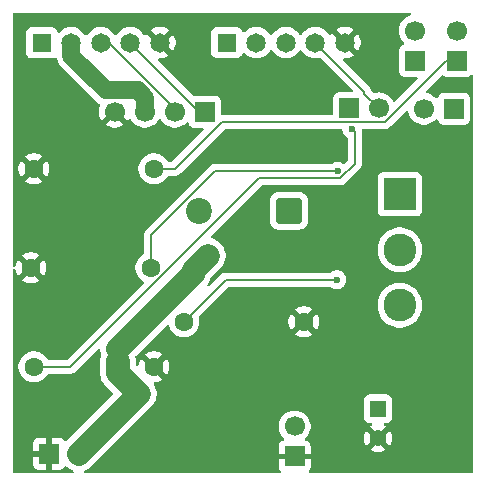
<source format=gbr>
%TF.GenerationSoftware,KiCad,Pcbnew,9.0.2*%
%TF.CreationDate,2025-11-02T21:54:37+09:00*%
%TF.ProjectId,kicad2026_3_,6b696361-6432-4303-9236-5f338e2e6b69,rev?*%
%TF.SameCoordinates,Original*%
%TF.FileFunction,Copper,L2,Bot*%
%TF.FilePolarity,Positive*%
%FSLAX46Y46*%
G04 Gerber Fmt 4.6, Leading zero omitted, Abs format (unit mm)*
G04 Created by KiCad (PCBNEW 9.0.2) date 2025-11-02 21:54:37*
%MOMM*%
%LPD*%
G01*
G04 APERTURE LIST*
G04 Aperture macros list*
%AMRoundRect*
0 Rectangle with rounded corners*
0 $1 Rounding radius*
0 $2 $3 $4 $5 $6 $7 $8 $9 X,Y pos of 4 corners*
0 Add a 4 corners polygon primitive as box body*
4,1,4,$2,$3,$4,$5,$6,$7,$8,$9,$2,$3,0*
0 Add four circle primitives for the rounded corners*
1,1,$1+$1,$2,$3*
1,1,$1+$1,$4,$5*
1,1,$1+$1,$6,$7*
1,1,$1+$1,$8,$9*
0 Add four rect primitives between the rounded corners*
20,1,$1+$1,$2,$3,$4,$5,0*
20,1,$1+$1,$4,$5,$6,$7,0*
20,1,$1+$1,$6,$7,$8,$9,0*
20,1,$1+$1,$8,$9,$2,$3,0*%
G04 Aperture macros list end*
%TA.AperFunction,ComponentPad*%
%ADD10R,1.700000X1.700000*%
%TD*%
%TA.AperFunction,ComponentPad*%
%ADD11C,1.700000*%
%TD*%
%TA.AperFunction,ComponentPad*%
%ADD12R,1.650000X1.650000*%
%TD*%
%TA.AperFunction,ComponentPad*%
%ADD13C,1.650000*%
%TD*%
%TA.AperFunction,ComponentPad*%
%ADD14C,1.600000*%
%TD*%
%TA.AperFunction,ComponentPad*%
%ADD15R,1.400000X1.400000*%
%TD*%
%TA.AperFunction,ComponentPad*%
%ADD16C,1.400000*%
%TD*%
%TA.AperFunction,ComponentPad*%
%ADD17R,2.775000X2.775000*%
%TD*%
%TA.AperFunction,ComponentPad*%
%ADD18C,2.775000*%
%TD*%
%TA.AperFunction,ComponentPad*%
%ADD19RoundRect,0.249999X0.850001X0.850001X-0.850001X0.850001X-0.850001X-0.850001X0.850001X-0.850001X0*%
%TD*%
%TA.AperFunction,ComponentPad*%
%ADD20C,2.200000*%
%TD*%
%TA.AperFunction,ViaPad*%
%ADD21C,0.600000*%
%TD*%
%TA.AperFunction,Conductor*%
%ADD22C,0.200000*%
%TD*%
%TA.AperFunction,Conductor*%
%ADD23C,1.500000*%
%TD*%
%TA.AperFunction,Conductor*%
%ADD24C,2.000000*%
%TD*%
G04 APERTURE END LIST*
D10*
%TO.P,D3,1,K*%
%TO.N,Net-(D3-K)*%
X146070000Y-61443000D03*
D11*
%TO.P,D3,2,A*%
%TO.N,LED4*%
X148610000Y-61443000D03*
%TD*%
D12*
%TO.P,J2,1,Pin_1*%
%TO.N,7.4V*%
X120048000Y-55880000D03*
D13*
%TO.P,J2,2,Pin_2*%
%TO.N,5V*%
X122548000Y-55880000D03*
%TO.P,J2,3,Pin_3*%
%TO.N,SCL3*%
X125048000Y-55880000D03*
%TO.P,J2,4,Pin_4*%
%TO.N,SDA3*%
X127548000Y-55880000D03*
%TO.P,J2,5,Pin_5*%
%TO.N,GND*%
X130048000Y-55880000D03*
%TD*%
D10*
%TO.P,J15,1,Pin_1*%
%TO.N,SDA3*%
X133848000Y-61722000D03*
D11*
%TO.P,J15,2,Pin_2*%
%TO.N,SCL3*%
X131308000Y-61722000D03*
%TO.P,J15,3,Pin_3*%
%TO.N,5V*%
X128768000Y-61722000D03*
%TO.P,J15,4,Pin_4*%
%TO.N,GND*%
X126228000Y-61722000D03*
%TD*%
D14*
%TO.P,R4,1*%
%TO.N,Net-(D4-K)*%
X132080000Y-79502000D03*
%TO.P,R4,2*%
%TO.N,GND*%
X142240000Y-79502000D03*
%TD*%
D10*
%TO.P,J12,1,Pin_1*%
%TO.N,GND*%
X120650000Y-90678000D03*
D11*
%TO.P,J12,2,Pin_2*%
%TO.N,Net-(D7-A)*%
X123190000Y-90678000D03*
%TD*%
D10*
%TO.P,D5,1,K*%
%TO.N,Net-(D5-K)*%
X151638000Y-57404000D03*
D11*
%TO.P,D5,2,A*%
%TO.N,LED2*%
X151638000Y-54864000D03*
%TD*%
D15*
%TO.P,J1,1,Pin_1*%
%TO.N,Net-(D7-A)*%
X148518000Y-86863000D03*
D16*
%TO.P,J1,2,Pin_2*%
%TO.N,GND*%
X148518000Y-89363000D03*
%TD*%
D10*
%TO.P,D2,1,K*%
%TO.N,GND*%
X141453000Y-90912000D03*
D11*
%TO.P,D2,2,A*%
%TO.N,5V*%
X141453000Y-88372000D03*
%TD*%
D14*
%TO.P,R5,1*%
%TO.N,Net-(D3-K)*%
X119380000Y-83312000D03*
%TO.P,R5,2*%
%TO.N,GND*%
X129540000Y-83312000D03*
%TD*%
%TO.P,R1,1*%
%TO.N,GND*%
X119380000Y-66548000D03*
%TO.P,R1,2*%
%TO.N,Net-(D6-K)*%
X129540000Y-66548000D03*
%TD*%
%TO.P,R3,1*%
%TO.N,GND*%
X119126000Y-74930000D03*
%TO.P,R3,2*%
%TO.N,Net-(D5-K)*%
X129286000Y-74930000D03*
%TD*%
D12*
%TO.P,J3,1,Pin_1*%
%TO.N,LED1*%
X135716000Y-55863000D03*
D13*
%TO.P,J3,2,Pin_2*%
%TO.N,LED2*%
X138216000Y-55863000D03*
%TO.P,J3,3,Pin_3*%
%TO.N,LED3*%
X140716000Y-55863000D03*
%TO.P,J3,4,Pin_4*%
%TO.N,LED4*%
X143216000Y-55863000D03*
%TO.P,J3,5,Pin_5*%
%TO.N,GND*%
X145716000Y-55863000D03*
%TD*%
D10*
%TO.P,D4,1,K*%
%TO.N,Net-(D4-K)*%
X154940000Y-61468000D03*
D11*
%TO.P,D4,2,A*%
%TO.N,LED3*%
X152400000Y-61468000D03*
%TD*%
D17*
%TO.P,SW2,1,A*%
%TO.N,7.4V*%
X150368000Y-68706000D03*
D18*
%TO.P,SW2,2,B*%
%TO.N,+BATT*%
X150368000Y-73406000D03*
%TO.P,SW2,3,C*%
%TO.N,unconnected-(SW2-C-Pad3)*%
X150368000Y-78106000D03*
%TD*%
D10*
%TO.P,D6,1,K*%
%TO.N,Net-(D6-K)*%
X155194000Y-57404000D03*
D11*
%TO.P,D6,2,A*%
%TO.N,LED1*%
X155194000Y-54864000D03*
%TD*%
D19*
%TO.P,D7,1,K*%
%TO.N,+BATT*%
X140970000Y-70104000D03*
D20*
%TO.P,D7,2,A*%
%TO.N,Net-(D7-A)*%
X133350000Y-70104000D03*
%TD*%
D21*
%TO.N,GND*%
X134874000Y-54102000D03*
%TO.N,Net-(D3-K)*%
X146304000Y-63194000D03*
%TO.N,Net-(D4-K)*%
X145034000Y-75946000D03*
%TO.N,Net-(D5-K)*%
X145092661Y-66743339D03*
%TO.N,Net-(D7-A)*%
X134112000Y-73914000D03*
%TD*%
D22*
%TO.N,GND*%
X143955000Y-54102000D02*
X134874000Y-54102000D01*
X145716000Y-55863000D02*
X143955000Y-54102000D01*
D23*
%TO.N,5V*%
X122548000Y-56986999D02*
X125482001Y-59921000D01*
X128768000Y-60519919D02*
X128768000Y-61722000D01*
X128169081Y-59921000D02*
X128768000Y-60519919D01*
X122548000Y-55880000D02*
X122548000Y-56986999D01*
X125482001Y-59921000D02*
X128169081Y-59921000D01*
D22*
%TO.N,LED4*%
X148610000Y-61443000D02*
X147365000Y-60198000D01*
X147365000Y-60012000D02*
X143216000Y-55863000D01*
X147365000Y-60198000D02*
X147365000Y-60012000D01*
%TO.N,Net-(D3-K)*%
X119380000Y-83312000D02*
X122461050Y-83312000D01*
X146558000Y-66127943D02*
X146558000Y-64770000D01*
X138428711Y-67344339D02*
X145341604Y-67344339D01*
X122461050Y-83312000D02*
X138428711Y-67344339D01*
X146558000Y-64770000D02*
X146558000Y-63448000D01*
X146558000Y-63448000D02*
X146304000Y-63194000D01*
X145341604Y-67344339D02*
X146558000Y-66127943D01*
%TO.N,Net-(D4-K)*%
X145034000Y-75946000D02*
X135636000Y-75946000D01*
X135636000Y-75946000D02*
X132080000Y-79502000D01*
%TO.N,Net-(D5-K)*%
X134729347Y-66743339D02*
X129286000Y-72186686D01*
X129286000Y-72186686D02*
X129286000Y-74930000D01*
X145092661Y-66743339D02*
X134729347Y-66743339D01*
%TO.N,Net-(D6-K)*%
X149086760Y-62594000D02*
X135272000Y-62594000D01*
X154276760Y-57404000D02*
X149086760Y-62594000D01*
X155194000Y-57404000D02*
X154276760Y-57404000D01*
X131318000Y-66548000D02*
X129540000Y-66548000D01*
X135272000Y-62594000D02*
X131318000Y-66548000D01*
D24*
%TO.N,Net-(D7-A)*%
X126492000Y-81788000D02*
X132901790Y-75378210D01*
X126746000Y-87122000D02*
X128270000Y-85598000D01*
D22*
X126492000Y-82804000D02*
X126492000Y-81788000D01*
D24*
X128270000Y-85598000D02*
X126492000Y-83820000D01*
D22*
X132901790Y-75378210D02*
X132901790Y-75124210D01*
D24*
X126492000Y-83820000D02*
X126492000Y-82804000D01*
X123190000Y-90678000D02*
X126746000Y-87122000D01*
X132901790Y-75124210D02*
X134112000Y-73914000D01*
D22*
%TO.N,SCL3*%
X125048000Y-55880000D02*
X125730000Y-55880000D01*
X131308000Y-61458000D02*
X131308000Y-61722000D01*
X125730000Y-55880000D02*
X131308000Y-61458000D01*
%TO.N,SDA3*%
X133390000Y-61722000D02*
X133848000Y-61722000D01*
X127548000Y-55880000D02*
X133390000Y-61722000D01*
%TD*%
%TA.AperFunction,Conductor*%
%TO.N,GND*%
G36*
X151265298Y-53352185D02*
G01*
X151311053Y-53404989D01*
X151320997Y-53474147D01*
X151291972Y-53537703D01*
X151236577Y-53574430D01*
X151119588Y-53612443D01*
X151119585Y-53612444D01*
X150930179Y-53708951D01*
X150758213Y-53833890D01*
X150607890Y-53984213D01*
X150482951Y-54156179D01*
X150386444Y-54345585D01*
X150320753Y-54547760D01*
X150289303Y-54746330D01*
X150287500Y-54757713D01*
X150287500Y-54970287D01*
X150297534Y-55033644D01*
X150318902Y-55168555D01*
X150320754Y-55180243D01*
X150377332Y-55354372D01*
X150386444Y-55382414D01*
X150482951Y-55571820D01*
X150607890Y-55743786D01*
X150721430Y-55857326D01*
X150754915Y-55918649D01*
X150749931Y-55988341D01*
X150708059Y-56044274D01*
X150677083Y-56061189D01*
X150545669Y-56110203D01*
X150545664Y-56110206D01*
X150430455Y-56196452D01*
X150430452Y-56196455D01*
X150344206Y-56311664D01*
X150344202Y-56311671D01*
X150293908Y-56446517D01*
X150290569Y-56477579D01*
X150287501Y-56506123D01*
X150287500Y-56506135D01*
X150287500Y-58301870D01*
X150287501Y-58301876D01*
X150293908Y-58361483D01*
X150344202Y-58496328D01*
X150344206Y-58496335D01*
X150430452Y-58611544D01*
X150430455Y-58611547D01*
X150545664Y-58697793D01*
X150545671Y-58697797D01*
X150680517Y-58748091D01*
X150680516Y-58748091D01*
X150687444Y-58748835D01*
X150740127Y-58754500D01*
X151777662Y-58754499D01*
X151844701Y-58774183D01*
X151890456Y-58826987D01*
X151900400Y-58896146D01*
X151871375Y-58959702D01*
X151865343Y-58966180D01*
X149997557Y-60833966D01*
X149936234Y-60867451D01*
X149866542Y-60862467D01*
X149810609Y-60820595D01*
X149799391Y-60802580D01*
X149796781Y-60797457D01*
X149765051Y-60735184D01*
X149757023Y-60724134D01*
X149640109Y-60563213D01*
X149489786Y-60412890D01*
X149317820Y-60287951D01*
X149128414Y-60191444D01*
X149128413Y-60191443D01*
X149128412Y-60191443D01*
X148926243Y-60125754D01*
X148926241Y-60125753D01*
X148926240Y-60125753D01*
X148764957Y-60100208D01*
X148716287Y-60092500D01*
X148503713Y-60092500D01*
X148475006Y-60097046D01*
X148293757Y-60125753D01*
X148251473Y-60139492D01*
X148236260Y-60139926D01*
X148222003Y-60145244D01*
X148202048Y-60140903D01*
X148181632Y-60141486D01*
X148167545Y-60133397D01*
X148153730Y-60130392D01*
X148125476Y-60109241D01*
X147994968Y-59978733D01*
X147962875Y-59923147D01*
X147924577Y-59780216D01*
X147924577Y-59780215D01*
X147881309Y-59705273D01*
X147845520Y-59643284D01*
X147733716Y-59531480D01*
X147729385Y-59527149D01*
X147729374Y-59527139D01*
X145601916Y-57399681D01*
X145568431Y-57338358D01*
X145573415Y-57268666D01*
X145615287Y-57212733D01*
X145680751Y-57188316D01*
X145689597Y-57188000D01*
X145820279Y-57188000D01*
X146026272Y-57155373D01*
X146224627Y-57090924D01*
X146410451Y-56996240D01*
X146459818Y-56960372D01*
X146459818Y-56960371D01*
X145886233Y-56386787D01*
X145928292Y-56375518D01*
X146053708Y-56303110D01*
X146156110Y-56200708D01*
X146228518Y-56075292D01*
X146239787Y-56033234D01*
X146813371Y-56606818D01*
X146813372Y-56606818D01*
X146849240Y-56557451D01*
X146943924Y-56371627D01*
X147008373Y-56173272D01*
X147041000Y-55967279D01*
X147041000Y-55758720D01*
X147008373Y-55552727D01*
X146943924Y-55354372D01*
X146849244Y-55168556D01*
X146849236Y-55168543D01*
X146813372Y-55119180D01*
X146813371Y-55119179D01*
X146239787Y-55692764D01*
X146228518Y-55650708D01*
X146156110Y-55525292D01*
X146053708Y-55422890D01*
X145928292Y-55350482D01*
X145886233Y-55339212D01*
X146459819Y-54765627D01*
X146410451Y-54729759D01*
X146224627Y-54635075D01*
X146026272Y-54570626D01*
X145820279Y-54538000D01*
X145611721Y-54538000D01*
X145405727Y-54570626D01*
X145207372Y-54635075D01*
X145021552Y-54729757D01*
X144972180Y-54765627D01*
X145545766Y-55339212D01*
X145503708Y-55350482D01*
X145378292Y-55422890D01*
X145275890Y-55525292D01*
X145203482Y-55650708D01*
X145192212Y-55692766D01*
X144618627Y-55119180D01*
X144582755Y-55168555D01*
X144582754Y-55168556D01*
X144576764Y-55180313D01*
X144528788Y-55231108D01*
X144460967Y-55247901D01*
X144394832Y-55225361D01*
X144355795Y-55180308D01*
X144355760Y-55180239D01*
X144349670Y-55168286D01*
X144227035Y-54999495D01*
X144079505Y-54851965D01*
X143910714Y-54729330D01*
X143724820Y-54634612D01*
X143526389Y-54570137D01*
X143320324Y-54537500D01*
X143320319Y-54537500D01*
X143111681Y-54537500D01*
X143111676Y-54537500D01*
X142905610Y-54570137D01*
X142707179Y-54634612D01*
X142521285Y-54729330D01*
X142352493Y-54851966D01*
X142204966Y-54999493D01*
X142082330Y-55168286D01*
X142076484Y-55179759D01*
X142028508Y-55230554D01*
X141960687Y-55247348D01*
X141894553Y-55224809D01*
X141855516Y-55179759D01*
X141854303Y-55177380D01*
X141849670Y-55168286D01*
X141727035Y-54999495D01*
X141579505Y-54851965D01*
X141410714Y-54729330D01*
X141224820Y-54634612D01*
X141026389Y-54570137D01*
X140820324Y-54537500D01*
X140820319Y-54537500D01*
X140611681Y-54537500D01*
X140611676Y-54537500D01*
X140405610Y-54570137D01*
X140207179Y-54634612D01*
X140021285Y-54729330D01*
X139852493Y-54851966D01*
X139704966Y-54999493D01*
X139582330Y-55168286D01*
X139576484Y-55179759D01*
X139528508Y-55230554D01*
X139460687Y-55247348D01*
X139394553Y-55224809D01*
X139355516Y-55179759D01*
X139354303Y-55177380D01*
X139349670Y-55168286D01*
X139227035Y-54999495D01*
X139079505Y-54851965D01*
X138910714Y-54729330D01*
X138724820Y-54634612D01*
X138526389Y-54570137D01*
X138320324Y-54537500D01*
X138320319Y-54537500D01*
X138111681Y-54537500D01*
X138111676Y-54537500D01*
X137905610Y-54570137D01*
X137707179Y-54634612D01*
X137521285Y-54729330D01*
X137352496Y-54851964D01*
X137236411Y-54968049D01*
X137175088Y-55001533D01*
X137105396Y-54996549D01*
X137049463Y-54954677D01*
X137032548Y-54923699D01*
X136984798Y-54795673D01*
X136984793Y-54795664D01*
X136898547Y-54680455D01*
X136898544Y-54680452D01*
X136783335Y-54594206D01*
X136783328Y-54594202D01*
X136648482Y-54543908D01*
X136648483Y-54543908D01*
X136588883Y-54537501D01*
X136588881Y-54537500D01*
X136588873Y-54537500D01*
X136588864Y-54537500D01*
X134843129Y-54537500D01*
X134843123Y-54537501D01*
X134783516Y-54543908D01*
X134648671Y-54594202D01*
X134648664Y-54594206D01*
X134533455Y-54680452D01*
X134533452Y-54680455D01*
X134447206Y-54795664D01*
X134447202Y-54795671D01*
X134396908Y-54930517D01*
X134390501Y-54990116D01*
X134390500Y-54990135D01*
X134390500Y-56735870D01*
X134390501Y-56735876D01*
X134396908Y-56795483D01*
X134447202Y-56930328D01*
X134447206Y-56930335D01*
X134533452Y-57045544D01*
X134533455Y-57045547D01*
X134648664Y-57131793D01*
X134648671Y-57131797D01*
X134783517Y-57182091D01*
X134783516Y-57182091D01*
X134790444Y-57182835D01*
X134843127Y-57188500D01*
X136588872Y-57188499D01*
X136648483Y-57182091D01*
X136783331Y-57131796D01*
X136898546Y-57045546D01*
X136984796Y-56930331D01*
X137032548Y-56802298D01*
X137074418Y-56746366D01*
X137139882Y-56721948D01*
X137208156Y-56736799D01*
X137236411Y-56757951D01*
X137352495Y-56874035D01*
X137521286Y-56996670D01*
X137553807Y-57013240D01*
X137707179Y-57091387D01*
X137707181Y-57091387D01*
X137707184Y-57091389D01*
X137792088Y-57118976D01*
X137905610Y-57155862D01*
X138111676Y-57188500D01*
X138111681Y-57188500D01*
X138320324Y-57188500D01*
X138526389Y-57155862D01*
X138564761Y-57143394D01*
X138724816Y-57091389D01*
X138910714Y-56996670D01*
X139079505Y-56874035D01*
X139227035Y-56726505D01*
X139349670Y-56557714D01*
X139355515Y-56546243D01*
X139403489Y-56495447D01*
X139471310Y-56478651D01*
X139537445Y-56501188D01*
X139576485Y-56546243D01*
X139582328Y-56557712D01*
X139594490Y-56574451D01*
X139704965Y-56726505D01*
X139852495Y-56874035D01*
X140021286Y-56996670D01*
X140053807Y-57013240D01*
X140207179Y-57091387D01*
X140207181Y-57091387D01*
X140207184Y-57091389D01*
X140292088Y-57118976D01*
X140405610Y-57155862D01*
X140611676Y-57188500D01*
X140611681Y-57188500D01*
X140820324Y-57188500D01*
X141026389Y-57155862D01*
X141064761Y-57143394D01*
X141224816Y-57091389D01*
X141410714Y-56996670D01*
X141579505Y-56874035D01*
X141727035Y-56726505D01*
X141849670Y-56557714D01*
X141855515Y-56546243D01*
X141903489Y-56495447D01*
X141971310Y-56478651D01*
X142037445Y-56501188D01*
X142076485Y-56546243D01*
X142082328Y-56557712D01*
X142094490Y-56574451D01*
X142204965Y-56726505D01*
X142352495Y-56874035D01*
X142521286Y-56996670D01*
X142553807Y-57013240D01*
X142707179Y-57091387D01*
X142707181Y-57091387D01*
X142707184Y-57091389D01*
X142792088Y-57118976D01*
X142905610Y-57155862D01*
X143111676Y-57188500D01*
X143111681Y-57188500D01*
X143320324Y-57188500D01*
X143422142Y-57172373D01*
X143526389Y-57155862D01*
X143554682Y-57146668D01*
X143624522Y-57144672D01*
X143680683Y-57176918D01*
X146384584Y-59880819D01*
X146418069Y-59942142D01*
X146413085Y-60011834D01*
X146371213Y-60067767D01*
X146305749Y-60092184D01*
X146296903Y-60092500D01*
X145172129Y-60092500D01*
X145172123Y-60092501D01*
X145112516Y-60098908D01*
X144977671Y-60149202D01*
X144977664Y-60149206D01*
X144862455Y-60235452D01*
X144862452Y-60235455D01*
X144776206Y-60350664D01*
X144776202Y-60350671D01*
X144725908Y-60485517D01*
X144719501Y-60545116D01*
X144719500Y-60545127D01*
X144719500Y-61260349D01*
X144719501Y-61869500D01*
X144699816Y-61936539D01*
X144647013Y-61982294D01*
X144595501Y-61993500D01*
X135322500Y-61993500D01*
X135255461Y-61973815D01*
X135209706Y-61921011D01*
X135198500Y-61869500D01*
X135198499Y-60824129D01*
X135198498Y-60824123D01*
X135196182Y-60802580D01*
X135192091Y-60764517D01*
X135141796Y-60629669D01*
X135141795Y-60629668D01*
X135141793Y-60629664D01*
X135055547Y-60514455D01*
X135055544Y-60514452D01*
X134940335Y-60428206D01*
X134940328Y-60428202D01*
X134805482Y-60377908D01*
X134805483Y-60377908D01*
X134745883Y-60371501D01*
X134745881Y-60371500D01*
X134745873Y-60371500D01*
X134745864Y-60371500D01*
X132950121Y-60371500D01*
X132947049Y-60371665D01*
X132879056Y-60355582D01*
X132852758Y-60335522D01*
X129933917Y-57416681D01*
X129900432Y-57355358D01*
X129905416Y-57285666D01*
X129947288Y-57229733D01*
X130012752Y-57205316D01*
X130021598Y-57205000D01*
X130152279Y-57205000D01*
X130358272Y-57172373D01*
X130556627Y-57107924D01*
X130742451Y-57013240D01*
X130791818Y-56977372D01*
X130791818Y-56977371D01*
X130218233Y-56403787D01*
X130260292Y-56392518D01*
X130385708Y-56320110D01*
X130488110Y-56217708D01*
X130560518Y-56092292D01*
X130571787Y-56050234D01*
X131145371Y-56623818D01*
X131145372Y-56623818D01*
X131181240Y-56574451D01*
X131275924Y-56388627D01*
X131340373Y-56190272D01*
X131373000Y-55984279D01*
X131373000Y-55775720D01*
X131340373Y-55569727D01*
X131275924Y-55371372D01*
X131181244Y-55185556D01*
X131181236Y-55185543D01*
X131145372Y-55136180D01*
X131145371Y-55136179D01*
X130571787Y-55709764D01*
X130560518Y-55667708D01*
X130488110Y-55542292D01*
X130385708Y-55439890D01*
X130260292Y-55367482D01*
X130218233Y-55356212D01*
X130791819Y-54782627D01*
X130742451Y-54746759D01*
X130556627Y-54652075D01*
X130358272Y-54587626D01*
X130152279Y-54555000D01*
X129943721Y-54555000D01*
X129737727Y-54587626D01*
X129539372Y-54652075D01*
X129353552Y-54746757D01*
X129304180Y-54782627D01*
X129877766Y-55356212D01*
X129835708Y-55367482D01*
X129710292Y-55439890D01*
X129607890Y-55542292D01*
X129535482Y-55667708D01*
X129524212Y-55709766D01*
X128950627Y-55136180D01*
X128914755Y-55185555D01*
X128914754Y-55185556D01*
X128908764Y-55197313D01*
X128860788Y-55248108D01*
X128792967Y-55264901D01*
X128726832Y-55242361D01*
X128687795Y-55197308D01*
X128681670Y-55185286D01*
X128559035Y-55016495D01*
X128411505Y-54868965D01*
X128242714Y-54746330D01*
X128056820Y-54651612D01*
X127858389Y-54587137D01*
X127652324Y-54554500D01*
X127652319Y-54554500D01*
X127443681Y-54554500D01*
X127443676Y-54554500D01*
X127237610Y-54587137D01*
X127039179Y-54651612D01*
X126853285Y-54746330D01*
X126684493Y-54868966D01*
X126536966Y-55016493D01*
X126414330Y-55185286D01*
X126408484Y-55196759D01*
X126360508Y-55247554D01*
X126292687Y-55264348D01*
X126226553Y-55241809D01*
X126187516Y-55196759D01*
X126186303Y-55194380D01*
X126181670Y-55185286D01*
X126059035Y-55016495D01*
X125911505Y-54868965D01*
X125742714Y-54746330D01*
X125556820Y-54651612D01*
X125358389Y-54587137D01*
X125152324Y-54554500D01*
X125152319Y-54554500D01*
X124943681Y-54554500D01*
X124943676Y-54554500D01*
X124737610Y-54587137D01*
X124539179Y-54651612D01*
X124353285Y-54746330D01*
X124184493Y-54868966D01*
X124036966Y-55016493D01*
X123914330Y-55185286D01*
X123908484Y-55196759D01*
X123860508Y-55247554D01*
X123792687Y-55264348D01*
X123726553Y-55241809D01*
X123687516Y-55196759D01*
X123686303Y-55194380D01*
X123681670Y-55185286D01*
X123559035Y-55016495D01*
X123411505Y-54868965D01*
X123242714Y-54746330D01*
X123056820Y-54651612D01*
X122858389Y-54587137D01*
X122652324Y-54554500D01*
X122652319Y-54554500D01*
X122443681Y-54554500D01*
X122443676Y-54554500D01*
X122237610Y-54587137D01*
X122039179Y-54651612D01*
X121853285Y-54746330D01*
X121684496Y-54868964D01*
X121568411Y-54985049D01*
X121507088Y-55018533D01*
X121437396Y-55013549D01*
X121381463Y-54971677D01*
X121364548Y-54940699D01*
X121316798Y-54812673D01*
X121316793Y-54812664D01*
X121230547Y-54697455D01*
X121230544Y-54697452D01*
X121115335Y-54611206D01*
X121115328Y-54611202D01*
X120980482Y-54560908D01*
X120980483Y-54560908D01*
X120920883Y-54554501D01*
X120920881Y-54554500D01*
X120920873Y-54554500D01*
X120920864Y-54554500D01*
X119175129Y-54554500D01*
X119175123Y-54554501D01*
X119115516Y-54560908D01*
X118980671Y-54611202D01*
X118980664Y-54611206D01*
X118865455Y-54697452D01*
X118865452Y-54697455D01*
X118779206Y-54812664D01*
X118779202Y-54812671D01*
X118728908Y-54947517D01*
X118722501Y-55007116D01*
X118722500Y-55007135D01*
X118722500Y-56752870D01*
X118722501Y-56752876D01*
X118728908Y-56812483D01*
X118779202Y-56947328D01*
X118779206Y-56947335D01*
X118865452Y-57062544D01*
X118865455Y-57062547D01*
X118980664Y-57148793D01*
X118980671Y-57148797D01*
X119115517Y-57199091D01*
X119115516Y-57199091D01*
X119122444Y-57199835D01*
X119175127Y-57205500D01*
X120920872Y-57205499D01*
X120980483Y-57199091D01*
X121115331Y-57148796D01*
X121122547Y-57143393D01*
X121188011Y-57118976D01*
X121256284Y-57133827D01*
X121305690Y-57183231D01*
X121319332Y-57223262D01*
X121328290Y-57279825D01*
X121389117Y-57467029D01*
X121432672Y-57552509D01*
X121478476Y-57642404D01*
X121594172Y-57801645D01*
X124667355Y-60874828D01*
X124826596Y-60990524D01*
X124921705Y-61038984D01*
X124972501Y-61086958D01*
X124989296Y-61154779D01*
X124977717Y-61198846D01*
X124978769Y-61199282D01*
X124976905Y-61203781D01*
X124911242Y-61405869D01*
X124911242Y-61405872D01*
X124878000Y-61615753D01*
X124878000Y-61828246D01*
X124911242Y-62038127D01*
X124911242Y-62038130D01*
X124976904Y-62240217D01*
X125073375Y-62429550D01*
X125112728Y-62483716D01*
X125745036Y-61851407D01*
X125762075Y-61914993D01*
X125827901Y-62029007D01*
X125920993Y-62122099D01*
X126035007Y-62187925D01*
X126098590Y-62204962D01*
X125466282Y-62837269D01*
X125466282Y-62837270D01*
X125520449Y-62876624D01*
X125709782Y-62973095D01*
X125911870Y-63038757D01*
X126121754Y-63072000D01*
X126334246Y-63072000D01*
X126544127Y-63038757D01*
X126544130Y-63038757D01*
X126746217Y-62973095D01*
X126935554Y-62876622D01*
X126989716Y-62837270D01*
X126989717Y-62837270D01*
X126357408Y-62204962D01*
X126420993Y-62187925D01*
X126535007Y-62122099D01*
X126628099Y-62029007D01*
X126693925Y-61914993D01*
X126710962Y-61851409D01*
X127343270Y-62483717D01*
X127343270Y-62483716D01*
X127382622Y-62429555D01*
X127387232Y-62420507D01*
X127435205Y-62369709D01*
X127503025Y-62352912D01*
X127569161Y-62375447D01*
X127608204Y-62420504D01*
X127612949Y-62429817D01*
X127737890Y-62601786D01*
X127888213Y-62752109D01*
X128060179Y-62877048D01*
X128060181Y-62877049D01*
X128060184Y-62877051D01*
X128249588Y-62973557D01*
X128451757Y-63039246D01*
X128661713Y-63072500D01*
X128661714Y-63072500D01*
X128874286Y-63072500D01*
X128874287Y-63072500D01*
X129084243Y-63039246D01*
X129286412Y-62973557D01*
X129475816Y-62877051D01*
X129556405Y-62818500D01*
X129647786Y-62752109D01*
X129647788Y-62752106D01*
X129647792Y-62752104D01*
X129798104Y-62601792D01*
X129798106Y-62601788D01*
X129798109Y-62601786D01*
X129923048Y-62429820D01*
X129923050Y-62429817D01*
X129923051Y-62429816D01*
X129927514Y-62421054D01*
X129975488Y-62370259D01*
X130043308Y-62353463D01*
X130109444Y-62375999D01*
X130148486Y-62421056D01*
X130152951Y-62429820D01*
X130277890Y-62601786D01*
X130428213Y-62752109D01*
X130600179Y-62877048D01*
X130600181Y-62877049D01*
X130600184Y-62877051D01*
X130789588Y-62973557D01*
X130991757Y-63039246D01*
X131201713Y-63072500D01*
X131201714Y-63072500D01*
X131414286Y-63072500D01*
X131414287Y-63072500D01*
X131624243Y-63039246D01*
X131826412Y-62973557D01*
X132015816Y-62877051D01*
X132096405Y-62818500D01*
X132187784Y-62752110D01*
X132187784Y-62752109D01*
X132187792Y-62752104D01*
X132301329Y-62638566D01*
X132362648Y-62605084D01*
X132432340Y-62610068D01*
X132488274Y-62651939D01*
X132505189Y-62682917D01*
X132554202Y-62814328D01*
X132554206Y-62814335D01*
X132640452Y-62929544D01*
X132640455Y-62929547D01*
X132755664Y-63015793D01*
X132755671Y-63015797D01*
X132890517Y-63066091D01*
X132890516Y-63066091D01*
X132897444Y-63066835D01*
X132950127Y-63072500D01*
X133644903Y-63072499D01*
X133711941Y-63092183D01*
X133757696Y-63144987D01*
X133767640Y-63214146D01*
X133738615Y-63277702D01*
X133732583Y-63284180D01*
X131105584Y-65911181D01*
X131078656Y-65925884D01*
X131052838Y-65942477D01*
X131046637Y-65943368D01*
X131044261Y-65944666D01*
X131017903Y-65947500D01*
X130769602Y-65947500D01*
X130702563Y-65927815D01*
X130659117Y-65879795D01*
X130652287Y-65866390D01*
X130652285Y-65866387D01*
X130652284Y-65866385D01*
X130531971Y-65700786D01*
X130387213Y-65556028D01*
X130221613Y-65435715D01*
X130221612Y-65435714D01*
X130221610Y-65435713D01*
X130164653Y-65406691D01*
X130039223Y-65342781D01*
X129844534Y-65279522D01*
X129669995Y-65251878D01*
X129642352Y-65247500D01*
X129437648Y-65247500D01*
X129413329Y-65251351D01*
X129235465Y-65279522D01*
X129040776Y-65342781D01*
X128858386Y-65435715D01*
X128692786Y-65556028D01*
X128548028Y-65700786D01*
X128427715Y-65866386D01*
X128334781Y-66048776D01*
X128271522Y-66243465D01*
X128239500Y-66445648D01*
X128239500Y-66650351D01*
X128271522Y-66852534D01*
X128334781Y-67047223D01*
X128386385Y-67148500D01*
X128427585Y-67229359D01*
X128427715Y-67229613D01*
X128548028Y-67395213D01*
X128692786Y-67539971D01*
X128813226Y-67627474D01*
X128858390Y-67660287D01*
X128941905Y-67702840D01*
X129040776Y-67753218D01*
X129040778Y-67753218D01*
X129040781Y-67753220D01*
X129145137Y-67787127D01*
X129235465Y-67816477D01*
X129288387Y-67824859D01*
X129437648Y-67848500D01*
X129437649Y-67848500D01*
X129642351Y-67848500D01*
X129642352Y-67848500D01*
X129844534Y-67816477D01*
X130039219Y-67753220D01*
X130221610Y-67660287D01*
X130365811Y-67555520D01*
X130387213Y-67539971D01*
X130387215Y-67539968D01*
X130387219Y-67539966D01*
X130531966Y-67395219D01*
X130531968Y-67395215D01*
X130531971Y-67395213D01*
X130652284Y-67229614D01*
X130652285Y-67229613D01*
X130652287Y-67229610D01*
X130659117Y-67216204D01*
X130707091Y-67165409D01*
X130769602Y-67148500D01*
X131231331Y-67148500D01*
X131231347Y-67148501D01*
X131238943Y-67148501D01*
X131397054Y-67148501D01*
X131397057Y-67148501D01*
X131549785Y-67107577D01*
X131604185Y-67076169D01*
X131686716Y-67028520D01*
X131798520Y-66916716D01*
X131798520Y-66916714D01*
X131808724Y-66906511D01*
X131808727Y-66906506D01*
X135484416Y-63230819D01*
X135545739Y-63197334D01*
X135572097Y-63194500D01*
X145386152Y-63194500D01*
X145453191Y-63214185D01*
X145498946Y-63266989D01*
X145507769Y-63294308D01*
X145534261Y-63427491D01*
X145534264Y-63427501D01*
X145594602Y-63573172D01*
X145594609Y-63573185D01*
X145682210Y-63704288D01*
X145682213Y-63704292D01*
X145793708Y-63815787D01*
X145793711Y-63815789D01*
X145902392Y-63888407D01*
X145947196Y-63942017D01*
X145957500Y-63991508D01*
X145957500Y-65827844D01*
X145937815Y-65894883D01*
X145921181Y-65915525D01*
X145742171Y-66094535D01*
X145680848Y-66128020D01*
X145611156Y-66123036D01*
X145585599Y-66109956D01*
X145471846Y-66033948D01*
X145471833Y-66033941D01*
X145326162Y-65973603D01*
X145326150Y-65973600D01*
X145171506Y-65942839D01*
X145171503Y-65942839D01*
X145013819Y-65942839D01*
X145013816Y-65942839D01*
X144859171Y-65973600D01*
X144859159Y-65973603D01*
X144713488Y-66033941D01*
X144713475Y-66033948D01*
X144581786Y-66121941D01*
X144515108Y-66142819D01*
X144512895Y-66142839D01*
X134808404Y-66142839D01*
X134650290Y-66142839D01*
X134497562Y-66183762D01*
X134497561Y-66183762D01*
X134497559Y-66183763D01*
X134497556Y-66183764D01*
X134457314Y-66206999D01*
X134457312Y-66207000D01*
X134360637Y-66262814D01*
X134360629Y-66262820D01*
X128805481Y-71817968D01*
X128805479Y-71817971D01*
X128755361Y-71904780D01*
X128755359Y-71904782D01*
X128726425Y-71954895D01*
X128726424Y-71954896D01*
X128726423Y-71954901D01*
X128685499Y-72107629D01*
X128685499Y-72107631D01*
X128685499Y-72275732D01*
X128685500Y-72275745D01*
X128685500Y-73700397D01*
X128665815Y-73767436D01*
X128617800Y-73810879D01*
X128604389Y-73817712D01*
X128438786Y-73938028D01*
X128294028Y-74082786D01*
X128173715Y-74248386D01*
X128080781Y-74430776D01*
X128017522Y-74625465D01*
X127985500Y-74827648D01*
X127985500Y-75032351D01*
X128017522Y-75234534D01*
X128080781Y-75429223D01*
X128099256Y-75465481D01*
X128173585Y-75611359D01*
X128173715Y-75611613D01*
X128294028Y-75777213D01*
X128438786Y-75921971D01*
X128604385Y-76042284D01*
X128604387Y-76042285D01*
X128604390Y-76042287D01*
X128635912Y-76058348D01*
X128686708Y-76106322D01*
X128703503Y-76174143D01*
X128680966Y-76240278D01*
X128667298Y-76256514D01*
X122248634Y-82675181D01*
X122187311Y-82708666D01*
X122160953Y-82711500D01*
X120609602Y-82711500D01*
X120542563Y-82691815D01*
X120499117Y-82643795D01*
X120492284Y-82630385D01*
X120371971Y-82464786D01*
X120227213Y-82320028D01*
X120061613Y-82199715D01*
X120061612Y-82199714D01*
X120061610Y-82199713D01*
X120004653Y-82170691D01*
X119879223Y-82106781D01*
X119684534Y-82043522D01*
X119509995Y-82015878D01*
X119482352Y-82011500D01*
X119277648Y-82011500D01*
X119253329Y-82015351D01*
X119075465Y-82043522D01*
X118880776Y-82106781D01*
X118698386Y-82199715D01*
X118532786Y-82320028D01*
X118388028Y-82464786D01*
X118267715Y-82630386D01*
X118174781Y-82812776D01*
X118111522Y-83007465D01*
X118079500Y-83209648D01*
X118079500Y-83414351D01*
X118111522Y-83616534D01*
X118174781Y-83811223D01*
X118267715Y-83993613D01*
X118388028Y-84159213D01*
X118532786Y-84303971D01*
X118653226Y-84391474D01*
X118698390Y-84424287D01*
X118814607Y-84483503D01*
X118880776Y-84517218D01*
X118880778Y-84517218D01*
X118880781Y-84517220D01*
X118985137Y-84551127D01*
X119075465Y-84580477D01*
X119176557Y-84596488D01*
X119277648Y-84612500D01*
X119277649Y-84612500D01*
X119482351Y-84612500D01*
X119482352Y-84612500D01*
X119684534Y-84580477D01*
X119879219Y-84517220D01*
X120061610Y-84424287D01*
X120154590Y-84356732D01*
X120227213Y-84303971D01*
X120227215Y-84303968D01*
X120227219Y-84303966D01*
X120371966Y-84159219D01*
X120371968Y-84159215D01*
X120371971Y-84159213D01*
X120492284Y-83993614D01*
X120492285Y-83993613D01*
X120492287Y-83993610D01*
X120499117Y-83980204D01*
X120547091Y-83929409D01*
X120609602Y-83912500D01*
X122374381Y-83912500D01*
X122374397Y-83912501D01*
X122381993Y-83912501D01*
X122540104Y-83912501D01*
X122540107Y-83912501D01*
X122692835Y-83871577D01*
X122742954Y-83842639D01*
X122829766Y-83792520D01*
X122941570Y-83680716D01*
X122941570Y-83680714D01*
X122951778Y-83670507D01*
X122951780Y-83670504D01*
X124781775Y-81840508D01*
X124843096Y-81807025D01*
X124912788Y-81812009D01*
X124968721Y-81853881D01*
X124991927Y-81908793D01*
X125028447Y-82139371D01*
X125066888Y-82257683D01*
X125068883Y-82327524D01*
X125066888Y-82334317D01*
X125028447Y-82452628D01*
X124991500Y-82685902D01*
X124991500Y-83938097D01*
X125028446Y-84171368D01*
X125101433Y-84395996D01*
X125208657Y-84606434D01*
X125347484Y-84797511D01*
X125347485Y-84797512D01*
X126060291Y-85510319D01*
X126093776Y-85571642D01*
X126088792Y-85641334D01*
X126060291Y-85685681D01*
X125768490Y-85977483D01*
X122137020Y-89608952D01*
X122075697Y-89642437D01*
X122006005Y-89637453D01*
X121950072Y-89595581D01*
X121946910Y-89590661D01*
X121857190Y-89470812D01*
X121857187Y-89470809D01*
X121742093Y-89384649D01*
X121742086Y-89384645D01*
X121607379Y-89334403D01*
X121607372Y-89334401D01*
X121547844Y-89328000D01*
X120900000Y-89328000D01*
X120900000Y-90244988D01*
X120842993Y-90212075D01*
X120715826Y-90178000D01*
X120584174Y-90178000D01*
X120457007Y-90212075D01*
X120400000Y-90244988D01*
X120400000Y-89328000D01*
X119752155Y-89328000D01*
X119692627Y-89334401D01*
X119692620Y-89334403D01*
X119557913Y-89384645D01*
X119557906Y-89384649D01*
X119442812Y-89470809D01*
X119442809Y-89470812D01*
X119356649Y-89585906D01*
X119356645Y-89585913D01*
X119306403Y-89720620D01*
X119306401Y-89720627D01*
X119300000Y-89780155D01*
X119300000Y-90428000D01*
X120216988Y-90428000D01*
X120184075Y-90485007D01*
X120150000Y-90612174D01*
X120150000Y-90743826D01*
X120184075Y-90870993D01*
X120216988Y-90928000D01*
X119300000Y-90928000D01*
X119300000Y-91575844D01*
X119306401Y-91635372D01*
X119306403Y-91635379D01*
X119356645Y-91770086D01*
X119356649Y-91770093D01*
X119442809Y-91885187D01*
X119442812Y-91885190D01*
X119557906Y-91971350D01*
X119557913Y-91971354D01*
X119692620Y-92021596D01*
X119692627Y-92021598D01*
X119752155Y-92027999D01*
X119752172Y-92028000D01*
X120400000Y-92028000D01*
X120400000Y-91111012D01*
X120457007Y-91143925D01*
X120584174Y-91178000D01*
X120715826Y-91178000D01*
X120842993Y-91143925D01*
X120900000Y-91111012D01*
X120900000Y-92028000D01*
X121547828Y-92028000D01*
X121547844Y-92027999D01*
X121607372Y-92021598D01*
X121607379Y-92021596D01*
X121742086Y-91971354D01*
X121742093Y-91971350D01*
X121857187Y-91885190D01*
X121857190Y-91885187D01*
X121948669Y-91762989D01*
X121951044Y-91764767D01*
X121989898Y-91725903D01*
X122058170Y-91711043D01*
X122123637Y-91735452D01*
X122137020Y-91747047D01*
X122212490Y-91822517D01*
X122403566Y-91961343D01*
X122487454Y-92004086D01*
X122614003Y-92068566D01*
X122614005Y-92068566D01*
X122614008Y-92068568D01*
X122678643Y-92089569D01*
X122736318Y-92129007D01*
X122763516Y-92193366D01*
X122751601Y-92262212D01*
X122704357Y-92313688D01*
X122640324Y-92331500D01*
X117718500Y-92331500D01*
X117651461Y-92311815D01*
X117605706Y-92259011D01*
X117594500Y-92207500D01*
X117594500Y-75146249D01*
X117614185Y-75079210D01*
X117666989Y-75033455D01*
X117736147Y-75023511D01*
X117799703Y-75052536D01*
X117837477Y-75111314D01*
X117840973Y-75126851D01*
X117858009Y-75234417D01*
X117921244Y-75429031D01*
X118014141Y-75611350D01*
X118014147Y-75611359D01*
X118046523Y-75655921D01*
X118046524Y-75655922D01*
X118726000Y-74976446D01*
X118726000Y-74982661D01*
X118753259Y-75084394D01*
X118805920Y-75175606D01*
X118880394Y-75250080D01*
X118971606Y-75302741D01*
X119073339Y-75330000D01*
X119079553Y-75330000D01*
X118400076Y-76009474D01*
X118444650Y-76041859D01*
X118626968Y-76134755D01*
X118821582Y-76197990D01*
X119023683Y-76230000D01*
X119228317Y-76230000D01*
X119430417Y-76197990D01*
X119625031Y-76134755D01*
X119807349Y-76041859D01*
X119851921Y-76009474D01*
X119172447Y-75330000D01*
X119178661Y-75330000D01*
X119280394Y-75302741D01*
X119371606Y-75250080D01*
X119446080Y-75175606D01*
X119498741Y-75084394D01*
X119526000Y-74982661D01*
X119526000Y-74976447D01*
X120205474Y-75655921D01*
X120237859Y-75611349D01*
X120330755Y-75429031D01*
X120393990Y-75234417D01*
X120426000Y-75032317D01*
X120426000Y-74827682D01*
X120393990Y-74625582D01*
X120330755Y-74430968D01*
X120237859Y-74248650D01*
X120205474Y-74204077D01*
X120205474Y-74204076D01*
X119526000Y-74883551D01*
X119526000Y-74877339D01*
X119498741Y-74775606D01*
X119446080Y-74684394D01*
X119371606Y-74609920D01*
X119280394Y-74557259D01*
X119178661Y-74530000D01*
X119172446Y-74530000D01*
X119851922Y-73850524D01*
X119851921Y-73850523D01*
X119807359Y-73818147D01*
X119807350Y-73818141D01*
X119625031Y-73725244D01*
X119430417Y-73662009D01*
X119228317Y-73630000D01*
X119023683Y-73630000D01*
X118821582Y-73662009D01*
X118626968Y-73725244D01*
X118444644Y-73818143D01*
X118400077Y-73850523D01*
X118400077Y-73850524D01*
X119079554Y-74530000D01*
X119073339Y-74530000D01*
X118971606Y-74557259D01*
X118880394Y-74609920D01*
X118805920Y-74684394D01*
X118753259Y-74775606D01*
X118726000Y-74877339D01*
X118726000Y-74883553D01*
X118046524Y-74204077D01*
X118046523Y-74204077D01*
X118014143Y-74248644D01*
X117921244Y-74430968D01*
X117858009Y-74625582D01*
X117840973Y-74733148D01*
X117811044Y-74796283D01*
X117751732Y-74833214D01*
X117681870Y-74832216D01*
X117623637Y-74793606D01*
X117595523Y-74729642D01*
X117594500Y-74713750D01*
X117594500Y-66445682D01*
X118080000Y-66445682D01*
X118080000Y-66650317D01*
X118112009Y-66852417D01*
X118175244Y-67047031D01*
X118268141Y-67229350D01*
X118268147Y-67229359D01*
X118300523Y-67273921D01*
X118300524Y-67273922D01*
X118980000Y-66594446D01*
X118980000Y-66600661D01*
X119007259Y-66702394D01*
X119059920Y-66793606D01*
X119134394Y-66868080D01*
X119225606Y-66920741D01*
X119327339Y-66948000D01*
X119333553Y-66948000D01*
X118654076Y-67627474D01*
X118698650Y-67659859D01*
X118880968Y-67752755D01*
X119075582Y-67815990D01*
X119277683Y-67848000D01*
X119482317Y-67848000D01*
X119684417Y-67815990D01*
X119879031Y-67752755D01*
X120061349Y-67659859D01*
X120105921Y-67627474D01*
X119426447Y-66948000D01*
X119432661Y-66948000D01*
X119534394Y-66920741D01*
X119625606Y-66868080D01*
X119700080Y-66793606D01*
X119752741Y-66702394D01*
X119780000Y-66600661D01*
X119780000Y-66594448D01*
X120459474Y-67273922D01*
X120459474Y-67273921D01*
X120491859Y-67229349D01*
X120584755Y-67047031D01*
X120647990Y-66852417D01*
X120680000Y-66650317D01*
X120680000Y-66445682D01*
X120647990Y-66243582D01*
X120584755Y-66048968D01*
X120491859Y-65866650D01*
X120459474Y-65822077D01*
X120459474Y-65822076D01*
X119780000Y-66501551D01*
X119780000Y-66495339D01*
X119752741Y-66393606D01*
X119700080Y-66302394D01*
X119625606Y-66227920D01*
X119534394Y-66175259D01*
X119432661Y-66148000D01*
X119426446Y-66148000D01*
X120105922Y-65468524D01*
X120105921Y-65468523D01*
X120061359Y-65436147D01*
X120061350Y-65436141D01*
X119879031Y-65343244D01*
X119684417Y-65280009D01*
X119482317Y-65248000D01*
X119277683Y-65248000D01*
X119075582Y-65280009D01*
X118880968Y-65343244D01*
X118698644Y-65436143D01*
X118654077Y-65468523D01*
X118654077Y-65468524D01*
X119333554Y-66148000D01*
X119327339Y-66148000D01*
X119225606Y-66175259D01*
X119134394Y-66227920D01*
X119059920Y-66302394D01*
X119007259Y-66393606D01*
X118980000Y-66495339D01*
X118980000Y-66501553D01*
X118300524Y-65822077D01*
X118300523Y-65822077D01*
X118268143Y-65866644D01*
X118175244Y-66048968D01*
X118112009Y-66243582D01*
X118080000Y-66445682D01*
X117594500Y-66445682D01*
X117594500Y-53456500D01*
X117614185Y-53389461D01*
X117666989Y-53343706D01*
X117718500Y-53332500D01*
X151198259Y-53332500D01*
X151265298Y-53352185D01*
G37*
%TD.AperFunction*%
%TA.AperFunction,Conductor*%
G36*
X156528926Y-58606738D02*
G01*
X156578332Y-58656143D01*
X156593500Y-58715571D01*
X156593500Y-92207500D01*
X156573815Y-92274539D01*
X156521011Y-92320294D01*
X156469500Y-92331500D01*
X142747240Y-92331500D01*
X142680201Y-92311815D01*
X142634446Y-92259011D01*
X142624502Y-92189853D01*
X142653527Y-92126297D01*
X142659559Y-92119819D01*
X142660190Y-92119187D01*
X142746350Y-92004093D01*
X142746354Y-92004086D01*
X142796596Y-91869379D01*
X142796598Y-91869372D01*
X142802999Y-91809844D01*
X142803000Y-91809827D01*
X142803000Y-91162000D01*
X141886012Y-91162000D01*
X141918925Y-91104993D01*
X141953000Y-90977826D01*
X141953000Y-90846174D01*
X141918925Y-90719007D01*
X141886012Y-90662000D01*
X142803000Y-90662000D01*
X142803000Y-90014172D01*
X142802999Y-90014155D01*
X142796598Y-89954627D01*
X142796596Y-89954620D01*
X142746354Y-89819913D01*
X142746350Y-89819906D01*
X142660190Y-89704812D01*
X142660187Y-89704809D01*
X142545093Y-89618649D01*
X142545088Y-89618646D01*
X142413528Y-89569577D01*
X142357595Y-89527705D01*
X142333178Y-89462241D01*
X142348030Y-89393968D01*
X142369175Y-89365720D01*
X142483104Y-89251792D01*
X142528503Y-89189306D01*
X142549160Y-89160872D01*
X142608051Y-89079816D01*
X142704557Y-88890412D01*
X142770246Y-88688243D01*
X142803500Y-88478287D01*
X142803500Y-88265713D01*
X142770246Y-88055757D01*
X142704557Y-87853588D01*
X142608051Y-87664184D01*
X142608049Y-87664181D01*
X142608048Y-87664179D01*
X142483109Y-87492213D01*
X142332786Y-87341890D01*
X142160820Y-87216951D01*
X141971414Y-87120444D01*
X141971413Y-87120443D01*
X141971412Y-87120443D01*
X141769243Y-87054754D01*
X141769241Y-87054753D01*
X141769240Y-87054753D01*
X141607957Y-87029208D01*
X141559287Y-87021500D01*
X141346713Y-87021500D01*
X141298042Y-87029208D01*
X141136760Y-87054753D01*
X140934585Y-87120444D01*
X140745179Y-87216951D01*
X140573213Y-87341890D01*
X140422890Y-87492213D01*
X140297951Y-87664179D01*
X140201444Y-87853585D01*
X140135753Y-88055760D01*
X140102500Y-88265713D01*
X140102500Y-88478286D01*
X140135753Y-88688239D01*
X140201444Y-88890414D01*
X140297951Y-89079820D01*
X140422890Y-89251786D01*
X140536818Y-89365714D01*
X140570303Y-89427037D01*
X140565319Y-89496729D01*
X140523447Y-89552662D01*
X140492471Y-89569577D01*
X140360912Y-89618646D01*
X140360906Y-89618649D01*
X140245812Y-89704809D01*
X140245809Y-89704812D01*
X140159649Y-89819906D01*
X140159645Y-89819913D01*
X140109403Y-89954620D01*
X140109401Y-89954627D01*
X140103000Y-90014155D01*
X140103000Y-90662000D01*
X141019988Y-90662000D01*
X140987075Y-90719007D01*
X140953000Y-90846174D01*
X140953000Y-90977826D01*
X140987075Y-91104993D01*
X141019988Y-91162000D01*
X140103000Y-91162000D01*
X140103000Y-91809844D01*
X140109401Y-91869372D01*
X140109403Y-91869379D01*
X140159645Y-92004086D01*
X140159649Y-92004093D01*
X140245809Y-92119187D01*
X140246441Y-92119819D01*
X140246868Y-92120602D01*
X140251125Y-92126288D01*
X140250307Y-92126899D01*
X140279926Y-92181142D01*
X140274942Y-92250834D01*
X140233070Y-92306767D01*
X140167606Y-92331184D01*
X140158760Y-92331500D01*
X123739676Y-92331500D01*
X123672637Y-92311815D01*
X123626882Y-92259011D01*
X123616938Y-92189853D01*
X123645963Y-92126297D01*
X123701356Y-92089569D01*
X123765992Y-92068568D01*
X123976434Y-91961343D01*
X124167510Y-91822517D01*
X127890517Y-88099510D01*
X129240441Y-86749584D01*
X129240448Y-86749579D01*
X129247508Y-86742519D01*
X129247510Y-86742518D01*
X129414518Y-86575510D01*
X129553343Y-86384434D01*
X129618227Y-86257092D01*
X129660568Y-86173993D01*
X129679693Y-86115135D01*
X147317500Y-86115135D01*
X147317500Y-87610870D01*
X147317501Y-87610876D01*
X147323908Y-87670483D01*
X147374202Y-87805328D01*
X147374206Y-87805335D01*
X147460452Y-87920544D01*
X147460455Y-87920547D01*
X147575664Y-88006793D01*
X147575671Y-88006797D01*
X147710517Y-88057091D01*
X147710516Y-88057091D01*
X147717444Y-88057835D01*
X147770127Y-88063500D01*
X147908690Y-88063499D01*
X147975727Y-88083183D01*
X148021482Y-88135987D01*
X148031426Y-88205145D01*
X148002402Y-88268701D01*
X147964984Y-88297983D01*
X147889063Y-88336667D01*
X147863670Y-88355116D01*
X147863669Y-88355116D01*
X148429415Y-88920861D01*
X148344306Y-88943667D01*
X148241694Y-89002910D01*
X148157910Y-89086694D01*
X148098667Y-89189306D01*
X148075861Y-89274414D01*
X147510116Y-88708669D01*
X147510116Y-88708670D01*
X147491669Y-88734060D01*
X147405914Y-88902362D01*
X147347548Y-89081997D01*
X147318000Y-89268552D01*
X147318000Y-89457447D01*
X147347548Y-89644002D01*
X147405914Y-89823637D01*
X147491666Y-89991933D01*
X147510116Y-90017328D01*
X148075861Y-89451584D01*
X148098667Y-89536694D01*
X148157910Y-89639306D01*
X148241694Y-89723090D01*
X148344306Y-89782333D01*
X148429415Y-89805138D01*
X147863669Y-90370882D01*
X147863670Y-90370883D01*
X147889059Y-90389329D01*
X148057362Y-90475085D01*
X148236997Y-90533451D01*
X148423553Y-90563000D01*
X148612447Y-90563000D01*
X148799002Y-90533451D01*
X148978637Y-90475085D01*
X149146937Y-90389331D01*
X149172328Y-90370883D01*
X149172328Y-90370882D01*
X148606584Y-89805138D01*
X148691694Y-89782333D01*
X148794306Y-89723090D01*
X148878090Y-89639306D01*
X148937333Y-89536694D01*
X148960138Y-89451584D01*
X149525882Y-90017328D01*
X149525883Y-90017328D01*
X149544331Y-89991937D01*
X149630085Y-89823637D01*
X149688451Y-89644002D01*
X149718000Y-89457447D01*
X149718000Y-89268552D01*
X149688451Y-89081997D01*
X149630085Y-88902362D01*
X149544329Y-88734059D01*
X149525883Y-88708670D01*
X149525882Y-88708669D01*
X148960137Y-89274414D01*
X148937333Y-89189306D01*
X148878090Y-89086694D01*
X148794306Y-89002910D01*
X148691694Y-88943667D01*
X148606584Y-88920861D01*
X149172328Y-88355116D01*
X149146933Y-88336666D01*
X149071015Y-88297984D01*
X149020219Y-88250010D01*
X149003424Y-88182189D01*
X149025961Y-88116054D01*
X149080676Y-88072602D01*
X149127309Y-88063499D01*
X149265872Y-88063499D01*
X149325483Y-88057091D01*
X149460331Y-88006796D01*
X149575546Y-87920546D01*
X149661796Y-87805331D01*
X149712091Y-87670483D01*
X149718500Y-87610873D01*
X149718499Y-86115128D01*
X149712091Y-86055517D01*
X149682986Y-85977483D01*
X149661797Y-85920671D01*
X149661793Y-85920664D01*
X149575547Y-85805455D01*
X149575544Y-85805452D01*
X149460335Y-85719206D01*
X149460328Y-85719202D01*
X149325482Y-85668908D01*
X149325483Y-85668908D01*
X149265883Y-85662501D01*
X149265881Y-85662500D01*
X149265873Y-85662500D01*
X149265864Y-85662500D01*
X147770129Y-85662500D01*
X147770123Y-85662501D01*
X147710516Y-85668908D01*
X147575671Y-85719202D01*
X147575664Y-85719206D01*
X147460455Y-85805452D01*
X147460452Y-85805455D01*
X147374206Y-85920664D01*
X147374202Y-85920671D01*
X147323908Y-86055517D01*
X147317501Y-86115116D01*
X147317501Y-86115123D01*
X147317500Y-86115135D01*
X129679693Y-86115135D01*
X129679695Y-86115128D01*
X129693224Y-86073489D01*
X129693224Y-86073487D01*
X129710383Y-86020678D01*
X129733553Y-85949369D01*
X129749973Y-85845690D01*
X129770500Y-85716097D01*
X129770500Y-85479902D01*
X129733553Y-85246631D01*
X129660566Y-85022003D01*
X129553341Y-84811564D01*
X129551152Y-84808551D01*
X129527670Y-84742745D01*
X129543494Y-84674691D01*
X129593599Y-84625995D01*
X129637577Y-84613253D01*
X129637500Y-84612763D01*
X129641401Y-84612144D01*
X129641747Y-84612045D01*
X129642315Y-84612000D01*
X129844417Y-84579990D01*
X130039031Y-84516755D01*
X130221349Y-84423859D01*
X130265921Y-84391474D01*
X129586446Y-83712000D01*
X129592661Y-83712000D01*
X129694394Y-83684741D01*
X129785606Y-83632080D01*
X129860080Y-83557606D01*
X129912741Y-83466394D01*
X129940000Y-83364661D01*
X129940000Y-83358447D01*
X130619474Y-84037921D01*
X130651859Y-83993349D01*
X130744755Y-83811031D01*
X130807990Y-83616417D01*
X130840000Y-83414317D01*
X130840000Y-83209682D01*
X130807990Y-83007582D01*
X130744755Y-82812968D01*
X130651859Y-82630650D01*
X130619474Y-82586077D01*
X130619474Y-82586076D01*
X129940000Y-83265551D01*
X129940000Y-83259339D01*
X129912741Y-83157606D01*
X129860080Y-83066394D01*
X129785606Y-82991920D01*
X129694394Y-82939259D01*
X129592661Y-82912000D01*
X129586446Y-82912000D01*
X130265922Y-82232524D01*
X130265921Y-82232523D01*
X130221359Y-82200147D01*
X130221350Y-82200141D01*
X130039031Y-82107244D01*
X129844417Y-82044009D01*
X129642317Y-82012000D01*
X129437683Y-82012000D01*
X129235582Y-82044009D01*
X129040968Y-82107244D01*
X128858644Y-82200143D01*
X128814077Y-82232523D01*
X128814077Y-82232524D01*
X129493554Y-82912000D01*
X129487339Y-82912000D01*
X129385606Y-82939259D01*
X129294394Y-82991920D01*
X129219920Y-83066394D01*
X129167259Y-83157606D01*
X129140000Y-83259339D01*
X129140000Y-83265553D01*
X128460524Y-82586077D01*
X128460523Y-82586077D01*
X128428143Y-82630644D01*
X128335244Y-82812968D01*
X128272010Y-83007581D01*
X128245762Y-83173298D01*
X128240369Y-83184673D01*
X128239471Y-83197233D01*
X128225684Y-83215648D01*
X128215832Y-83236432D01*
X128205144Y-83243086D01*
X128197599Y-83253166D01*
X128176046Y-83261204D01*
X128156520Y-83273363D01*
X128143931Y-83273183D01*
X128132135Y-83277583D01*
X128109658Y-83272693D01*
X128086658Y-83272365D01*
X128074530Y-83265051D01*
X128063862Y-83262731D01*
X128035608Y-83241580D01*
X128028819Y-83234791D01*
X127995334Y-83173468D01*
X127992500Y-83147110D01*
X127992500Y-82685902D01*
X127964595Y-82509717D01*
X127973550Y-82440423D01*
X127999384Y-82402641D01*
X130615463Y-79786562D01*
X130676784Y-79753079D01*
X130746476Y-79758063D01*
X130802409Y-79799935D01*
X130821073Y-79835926D01*
X130874781Y-80001223D01*
X130938691Y-80126653D01*
X130967585Y-80183359D01*
X130967715Y-80183613D01*
X131088028Y-80349213D01*
X131232786Y-80493971D01*
X131353226Y-80581474D01*
X131398390Y-80614287D01*
X131514607Y-80673503D01*
X131580776Y-80707218D01*
X131580778Y-80707218D01*
X131580781Y-80707220D01*
X131685137Y-80741127D01*
X131775465Y-80770477D01*
X131876557Y-80786488D01*
X131977648Y-80802500D01*
X131977649Y-80802500D01*
X132182351Y-80802500D01*
X132182352Y-80802500D01*
X132384534Y-80770477D01*
X132579219Y-80707220D01*
X132761610Y-80614287D01*
X132854590Y-80546732D01*
X132927213Y-80493971D01*
X132927215Y-80493968D01*
X132927219Y-80493966D01*
X133071966Y-80349219D01*
X133071968Y-80349215D01*
X133071971Y-80349213D01*
X133124732Y-80276590D01*
X133192287Y-80183610D01*
X133285220Y-80001219D01*
X133348477Y-79806534D01*
X133380500Y-79604352D01*
X133380500Y-79399682D01*
X140940000Y-79399682D01*
X140940000Y-79604317D01*
X140972009Y-79806417D01*
X141035244Y-80001031D01*
X141128141Y-80183350D01*
X141128147Y-80183359D01*
X141160523Y-80227921D01*
X141160524Y-80227922D01*
X141840000Y-79548446D01*
X141840000Y-79554661D01*
X141867259Y-79656394D01*
X141919920Y-79747606D01*
X141994394Y-79822080D01*
X142085606Y-79874741D01*
X142187339Y-79902000D01*
X142193553Y-79902000D01*
X141514076Y-80581474D01*
X141558650Y-80613859D01*
X141740968Y-80706755D01*
X141935582Y-80769990D01*
X142137683Y-80802000D01*
X142342317Y-80802000D01*
X142544417Y-80769990D01*
X142739031Y-80706755D01*
X142921349Y-80613859D01*
X142965921Y-80581474D01*
X142286447Y-79902000D01*
X142292661Y-79902000D01*
X142394394Y-79874741D01*
X142485606Y-79822080D01*
X142560080Y-79747606D01*
X142612741Y-79656394D01*
X142640000Y-79554661D01*
X142640000Y-79548448D01*
X143319474Y-80227922D01*
X143319474Y-80227921D01*
X143351859Y-80183349D01*
X143444755Y-80001031D01*
X143507990Y-79806417D01*
X143540000Y-79604317D01*
X143540000Y-79399682D01*
X143507990Y-79197582D01*
X143444755Y-79002968D01*
X143351859Y-78820650D01*
X143319474Y-78776077D01*
X143319474Y-78776076D01*
X142640000Y-79455551D01*
X142640000Y-79449339D01*
X142612741Y-79347606D01*
X142560080Y-79256394D01*
X142485606Y-79181920D01*
X142394394Y-79129259D01*
X142292661Y-79102000D01*
X142286446Y-79102000D01*
X142965922Y-78422524D01*
X142965921Y-78422523D01*
X142921359Y-78390147D01*
X142921350Y-78390141D01*
X142739031Y-78297244D01*
X142544417Y-78234009D01*
X142342317Y-78202000D01*
X142137683Y-78202000D01*
X141935582Y-78234009D01*
X141740968Y-78297244D01*
X141558644Y-78390143D01*
X141514077Y-78422523D01*
X141514077Y-78422524D01*
X142193554Y-79102000D01*
X142187339Y-79102000D01*
X142085606Y-79129259D01*
X141994394Y-79181920D01*
X141919920Y-79256394D01*
X141867259Y-79347606D01*
X141840000Y-79449339D01*
X141840000Y-79455553D01*
X141160524Y-78776077D01*
X141160523Y-78776077D01*
X141128143Y-78820644D01*
X141035244Y-79002968D01*
X140972009Y-79197582D01*
X140940000Y-79399682D01*
X133380500Y-79399682D01*
X133380500Y-79399648D01*
X133348477Y-79197466D01*
X133343825Y-79183151D01*
X133341832Y-79113312D01*
X133374075Y-79057158D01*
X134448974Y-77982260D01*
X148480000Y-77982260D01*
X148480000Y-78229739D01*
X148480001Y-78229756D01*
X148512303Y-78475117D01*
X148576361Y-78714184D01*
X148671069Y-78942829D01*
X148671074Y-78942840D01*
X148794812Y-79157159D01*
X148794823Y-79157175D01*
X148945479Y-79353514D01*
X148945485Y-79353521D01*
X149120478Y-79528514D01*
X149120484Y-79528519D01*
X149316833Y-79679183D01*
X149316840Y-79679187D01*
X149531159Y-79802925D01*
X149531164Y-79802927D01*
X149531167Y-79802929D01*
X149759820Y-79897640D01*
X149998879Y-79961696D01*
X150244254Y-79994000D01*
X150244261Y-79994000D01*
X150491739Y-79994000D01*
X150491746Y-79994000D01*
X150737121Y-79961696D01*
X150976180Y-79897640D01*
X151204833Y-79802929D01*
X151419167Y-79679183D01*
X151615516Y-79528519D01*
X151790519Y-79353516D01*
X151941183Y-79157167D01*
X152064929Y-78942833D01*
X152159640Y-78714180D01*
X152223696Y-78475121D01*
X152256000Y-78229746D01*
X152256000Y-77982254D01*
X152223696Y-77736879D01*
X152159640Y-77497820D01*
X152064929Y-77269167D01*
X152064927Y-77269164D01*
X152064925Y-77269159D01*
X151941187Y-77054840D01*
X151941183Y-77054833D01*
X151790519Y-76858484D01*
X151790514Y-76858478D01*
X151615521Y-76683485D01*
X151615514Y-76683479D01*
X151419175Y-76532823D01*
X151419173Y-76532821D01*
X151419167Y-76532817D01*
X151419162Y-76532814D01*
X151419159Y-76532812D01*
X151204840Y-76409074D01*
X151204829Y-76409069D01*
X150976184Y-76314361D01*
X150737117Y-76250303D01*
X150491756Y-76218001D01*
X150491751Y-76218000D01*
X150491746Y-76218000D01*
X150244254Y-76218000D01*
X150244248Y-76218000D01*
X150244243Y-76218001D01*
X149998882Y-76250303D01*
X149759815Y-76314361D01*
X149531170Y-76409069D01*
X149531159Y-76409074D01*
X149316840Y-76532812D01*
X149316824Y-76532823D01*
X149120485Y-76683479D01*
X149120478Y-76683485D01*
X148945485Y-76858478D01*
X148945479Y-76858485D01*
X148794823Y-77054824D01*
X148794812Y-77054840D01*
X148671074Y-77269159D01*
X148671069Y-77269170D01*
X148576361Y-77497815D01*
X148512303Y-77736882D01*
X148480001Y-77982243D01*
X148480000Y-77982260D01*
X134448974Y-77982260D01*
X135848416Y-76582819D01*
X135909739Y-76549334D01*
X135936097Y-76546500D01*
X144454234Y-76546500D01*
X144521273Y-76566185D01*
X144523125Y-76567398D01*
X144654814Y-76655390D01*
X144654827Y-76655397D01*
X144800498Y-76715735D01*
X144800503Y-76715737D01*
X144955153Y-76746499D01*
X144955156Y-76746500D01*
X144955158Y-76746500D01*
X145112844Y-76746500D01*
X145112845Y-76746499D01*
X145267497Y-76715737D01*
X145413179Y-76655394D01*
X145544289Y-76567789D01*
X145655789Y-76456289D01*
X145743394Y-76325179D01*
X145803737Y-76179497D01*
X145834500Y-76024842D01*
X145834500Y-75867158D01*
X145834500Y-75867155D01*
X145834499Y-75867153D01*
X145822781Y-75808244D01*
X145803737Y-75712503D01*
X145780300Y-75655921D01*
X145743397Y-75566827D01*
X145743390Y-75566814D01*
X145655789Y-75435711D01*
X145655786Y-75435707D01*
X145544292Y-75324213D01*
X145544288Y-75324210D01*
X145413185Y-75236609D01*
X145413172Y-75236602D01*
X145267501Y-75176264D01*
X145267489Y-75176261D01*
X145112845Y-75145500D01*
X145112842Y-75145500D01*
X144955158Y-75145500D01*
X144955155Y-75145500D01*
X144800510Y-75176261D01*
X144800498Y-75176264D01*
X144654827Y-75236602D01*
X144654814Y-75236609D01*
X144523125Y-75324602D01*
X144456447Y-75345480D01*
X144454234Y-75345500D01*
X135556940Y-75345500D01*
X135516019Y-75356464D01*
X135516019Y-75356465D01*
X135478751Y-75366451D01*
X135404214Y-75386423D01*
X135404209Y-75386426D01*
X135267290Y-75465475D01*
X135267282Y-75465481D01*
X135155478Y-75577286D01*
X134281675Y-76451088D01*
X134220352Y-76484573D01*
X134150660Y-76479589D01*
X134094727Y-76437717D01*
X134070310Y-76372253D01*
X134085162Y-76303980D01*
X134093677Y-76290521D01*
X134122898Y-76250303D01*
X134185133Y-76164644D01*
X134292358Y-75954202D01*
X134330583Y-75836556D01*
X134360831Y-75787194D01*
X135256517Y-74891510D01*
X135395343Y-74700434D01*
X135502568Y-74489992D01*
X135575552Y-74265369D01*
X135604471Y-74082781D01*
X135612499Y-74032097D01*
X135612499Y-73795902D01*
X135586222Y-73630000D01*
X135575552Y-73562632D01*
X135502568Y-73338008D01*
X135501737Y-73336377D01*
X135500774Y-73334486D01*
X135474163Y-73282260D01*
X148480000Y-73282260D01*
X148480000Y-73529739D01*
X148480001Y-73529756D01*
X148512303Y-73775117D01*
X148576361Y-74014184D01*
X148671069Y-74242829D01*
X148671074Y-74242840D01*
X148794812Y-74457159D01*
X148794823Y-74457175D01*
X148945479Y-74653514D01*
X148945485Y-74653521D01*
X149120478Y-74828514D01*
X149120485Y-74828520D01*
X149252738Y-74930001D01*
X149316833Y-74979183D01*
X149316840Y-74979187D01*
X149531159Y-75102925D01*
X149531164Y-75102927D01*
X149531167Y-75102929D01*
X149759820Y-75197640D01*
X149998879Y-75261696D01*
X150244254Y-75294000D01*
X150244261Y-75294000D01*
X150491739Y-75294000D01*
X150491746Y-75294000D01*
X150737121Y-75261696D01*
X150976180Y-75197640D01*
X151204833Y-75102929D01*
X151419167Y-74979183D01*
X151615516Y-74828519D01*
X151790519Y-74653516D01*
X151941183Y-74457167D01*
X152064929Y-74242833D01*
X152159640Y-74014180D01*
X152223696Y-73775121D01*
X152256000Y-73529746D01*
X152256000Y-73282254D01*
X152223696Y-73036879D01*
X152159640Y-72797820D01*
X152064929Y-72569167D01*
X152064927Y-72569164D01*
X152064925Y-72569159D01*
X151941187Y-72354840D01*
X151941183Y-72354833D01*
X151790519Y-72158484D01*
X151790514Y-72158478D01*
X151615521Y-71983485D01*
X151615514Y-71983479D01*
X151419175Y-71832823D01*
X151419173Y-71832821D01*
X151419167Y-71832817D01*
X151419162Y-71832814D01*
X151419159Y-71832812D01*
X151204840Y-71709074D01*
X151204829Y-71709069D01*
X150976184Y-71614361D01*
X150737117Y-71550303D01*
X150491756Y-71518001D01*
X150491751Y-71518000D01*
X150491746Y-71518000D01*
X150244254Y-71518000D01*
X150244248Y-71518000D01*
X150244243Y-71518001D01*
X149998882Y-71550303D01*
X149759815Y-71614361D01*
X149531170Y-71709069D01*
X149531159Y-71709074D01*
X149316840Y-71832812D01*
X149316824Y-71832823D01*
X149120485Y-71983479D01*
X149120478Y-71983485D01*
X148945485Y-72158478D01*
X148945479Y-72158485D01*
X148794823Y-72354824D01*
X148794812Y-72354840D01*
X148671074Y-72569159D01*
X148671069Y-72569170D01*
X148576361Y-72797815D01*
X148512303Y-73036882D01*
X148480001Y-73282243D01*
X148480000Y-73282260D01*
X135474163Y-73282260D01*
X135395342Y-73127566D01*
X135256517Y-72936490D01*
X135089510Y-72769483D01*
X134898433Y-72630657D01*
X134687992Y-72523431D01*
X134687989Y-72523430D01*
X134463372Y-72450449D01*
X134463370Y-72450448D01*
X134463368Y-72450448D01*
X134452060Y-72448657D01*
X134388927Y-72418725D01*
X134351998Y-72359412D01*
X134352998Y-72289549D01*
X134383780Y-72238505D01*
X137418304Y-69203982D01*
X139369500Y-69203982D01*
X139369500Y-71004017D01*
X139380000Y-71106796D01*
X139435185Y-71273332D01*
X139435186Y-71273335D01*
X139527288Y-71422656D01*
X139651344Y-71546712D01*
X139800665Y-71638814D01*
X139967202Y-71693999D01*
X140069990Y-71704500D01*
X140069995Y-71704500D01*
X141870005Y-71704500D01*
X141870010Y-71704500D01*
X141972798Y-71693999D01*
X142139335Y-71638814D01*
X142288656Y-71546712D01*
X142412712Y-71422656D01*
X142504814Y-71273335D01*
X142559999Y-71106798D01*
X142570500Y-71004010D01*
X142570500Y-69203990D01*
X142559999Y-69101202D01*
X142504814Y-68934665D01*
X142412712Y-68785344D01*
X142288656Y-68661288D01*
X142139335Y-68569186D01*
X141972798Y-68514001D01*
X141972796Y-68514000D01*
X141870017Y-68503500D01*
X141870010Y-68503500D01*
X140069990Y-68503500D01*
X140069982Y-68503500D01*
X139967203Y-68514000D01*
X139967202Y-68514001D01*
X139884669Y-68541349D01*
X139800667Y-68569185D01*
X139800662Y-68569187D01*
X139651342Y-68661289D01*
X139527289Y-68785342D01*
X139435187Y-68934662D01*
X139435186Y-68934665D01*
X139380001Y-69101202D01*
X139380001Y-69101203D01*
X139380000Y-69101203D01*
X139369500Y-69203982D01*
X137418304Y-69203982D01*
X138641128Y-67981158D01*
X138702451Y-67947673D01*
X138728809Y-67944839D01*
X145254935Y-67944839D01*
X145254951Y-67944840D01*
X145262547Y-67944840D01*
X145420658Y-67944840D01*
X145420661Y-67944840D01*
X145573389Y-67903916D01*
X145623508Y-67874978D01*
X145710320Y-67824859D01*
X145822124Y-67713055D01*
X145822124Y-67713053D01*
X145832332Y-67702846D01*
X145832333Y-67702843D01*
X146264542Y-67270635D01*
X148480000Y-67270635D01*
X148480000Y-70141370D01*
X148480001Y-70141376D01*
X148486408Y-70200983D01*
X148536702Y-70335828D01*
X148536706Y-70335835D01*
X148622952Y-70451044D01*
X148622955Y-70451047D01*
X148738164Y-70537293D01*
X148738171Y-70537297D01*
X148873017Y-70587591D01*
X148873016Y-70587591D01*
X148879944Y-70588335D01*
X148932627Y-70594000D01*
X151803372Y-70593999D01*
X151862983Y-70587591D01*
X151997831Y-70537296D01*
X152113046Y-70451046D01*
X152199296Y-70335831D01*
X152249591Y-70200983D01*
X152256000Y-70141373D01*
X152255999Y-67270628D01*
X152249591Y-67211017D01*
X152232580Y-67165409D01*
X152199296Y-67076169D01*
X152199293Y-67076164D01*
X152113047Y-66960955D01*
X152113044Y-66960952D01*
X151997835Y-66874706D01*
X151997828Y-66874702D01*
X151862982Y-66824408D01*
X151862983Y-66824408D01*
X151803383Y-66818001D01*
X151803381Y-66818000D01*
X151803373Y-66818000D01*
X151803364Y-66818000D01*
X148932629Y-66818000D01*
X148932623Y-66818001D01*
X148873016Y-66824408D01*
X148738171Y-66874702D01*
X148738164Y-66874706D01*
X148622955Y-66960952D01*
X148622952Y-66960955D01*
X148536706Y-67076164D01*
X148536704Y-67076169D01*
X148486408Y-67211017D01*
X148480001Y-67270616D01*
X148480001Y-67270623D01*
X148480000Y-67270635D01*
X146264542Y-67270635D01*
X147038520Y-66496659D01*
X147117577Y-66359727D01*
X147158501Y-66207000D01*
X147158501Y-66048885D01*
X147158501Y-66041290D01*
X147158500Y-66041272D01*
X147158500Y-63368945D01*
X147158499Y-63368941D01*
X147153583Y-63350592D01*
X147155246Y-63280743D01*
X147194409Y-63222880D01*
X147258638Y-63195377D01*
X147273358Y-63194500D01*
X149000091Y-63194500D01*
X149000107Y-63194501D01*
X149007703Y-63194501D01*
X149165814Y-63194501D01*
X149165817Y-63194501D01*
X149318545Y-63153577D01*
X149385088Y-63115158D01*
X149455476Y-63074520D01*
X149567280Y-62962716D01*
X149567280Y-62962714D01*
X149577484Y-62952511D01*
X149577487Y-62952506D01*
X150864593Y-61665400D01*
X150925915Y-61631917D01*
X150995607Y-61636901D01*
X151051540Y-61678773D01*
X151074746Y-61733685D01*
X151082754Y-61784243D01*
X151132238Y-61936539D01*
X151148444Y-61986414D01*
X151244951Y-62175820D01*
X151369890Y-62347786D01*
X151520213Y-62498109D01*
X151692179Y-62623048D01*
X151692181Y-62623049D01*
X151692184Y-62623051D01*
X151881588Y-62719557D01*
X152083757Y-62785246D01*
X152293713Y-62818500D01*
X152293714Y-62818500D01*
X152506286Y-62818500D01*
X152506287Y-62818500D01*
X152716243Y-62785246D01*
X152918412Y-62719557D01*
X153107816Y-62623051D01*
X153279792Y-62498104D01*
X153393329Y-62384566D01*
X153454648Y-62351084D01*
X153524340Y-62356068D01*
X153580274Y-62397939D01*
X153597189Y-62428917D01*
X153646202Y-62560328D01*
X153646206Y-62560335D01*
X153732452Y-62675544D01*
X153732455Y-62675547D01*
X153847664Y-62761793D01*
X153847671Y-62761797D01*
X153982517Y-62812091D01*
X153982516Y-62812091D01*
X153989444Y-62812835D01*
X154042127Y-62818500D01*
X155837872Y-62818499D01*
X155897483Y-62812091D01*
X156032331Y-62761796D01*
X156147546Y-62675546D01*
X156233796Y-62560331D01*
X156284091Y-62425483D01*
X156290500Y-62365873D01*
X156290499Y-60570128D01*
X156284091Y-60510517D01*
X156282810Y-60507083D01*
X156233797Y-60375671D01*
X156233793Y-60375664D01*
X156147547Y-60260455D01*
X156147544Y-60260452D01*
X156032335Y-60174206D01*
X156032328Y-60174202D01*
X155897482Y-60123908D01*
X155897483Y-60123908D01*
X155837883Y-60117501D01*
X155837881Y-60117500D01*
X155837873Y-60117500D01*
X155837864Y-60117500D01*
X154042129Y-60117500D01*
X154042123Y-60117501D01*
X153982516Y-60123908D01*
X153847671Y-60174202D01*
X153847664Y-60174206D01*
X153732455Y-60260452D01*
X153732452Y-60260455D01*
X153646206Y-60375664D01*
X153646203Y-60375669D01*
X153597189Y-60507083D01*
X153555317Y-60563016D01*
X153489853Y-60587433D01*
X153421580Y-60572581D01*
X153393326Y-60551430D01*
X153279786Y-60437890D01*
X153107820Y-60312951D01*
X152918414Y-60216444D01*
X152918413Y-60216443D01*
X152918412Y-60216443D01*
X152716243Y-60150754D01*
X152716241Y-60150753D01*
X152716239Y-60150753D01*
X152665685Y-60142746D01*
X152602550Y-60112816D01*
X152565619Y-60053505D01*
X152566617Y-59983642D01*
X152597400Y-59932594D01*
X153871587Y-58658406D01*
X153932908Y-58624923D01*
X154002600Y-58629907D01*
X154033577Y-58646823D01*
X154101664Y-58697793D01*
X154101671Y-58697797D01*
X154236517Y-58748091D01*
X154236516Y-58748091D01*
X154243444Y-58748835D01*
X154296127Y-58754500D01*
X156091872Y-58754499D01*
X156151483Y-58748091D01*
X156286331Y-58697796D01*
X156341972Y-58656143D01*
X156395189Y-58616305D01*
X156460653Y-58591887D01*
X156528926Y-58606738D01*
G37*
%TD.AperFunction*%
%TD*%
M02*

</source>
